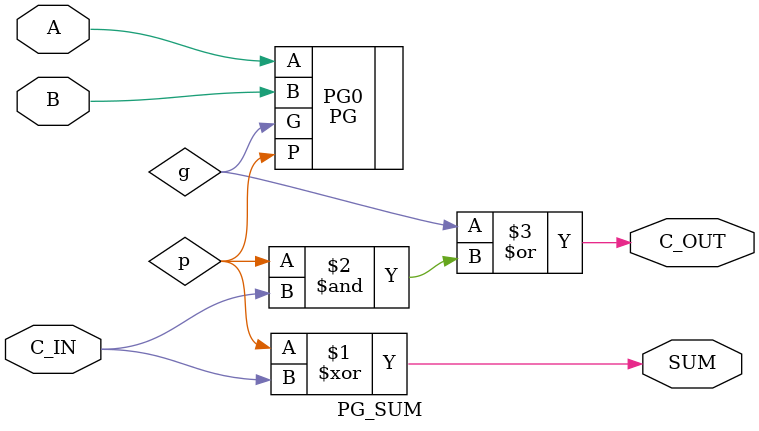
<source format=v>

module PG_SUM(input A,B,
           input C_IN,
           output SUM,C_OUT);

    wire p,g;
    PG PG0( .A(A), .B(B), .P(p), .G(g));

    assign SUM = p ^ C_IN;
    assign C_OUT = g | (p & C_IN);

endmodule

</source>
